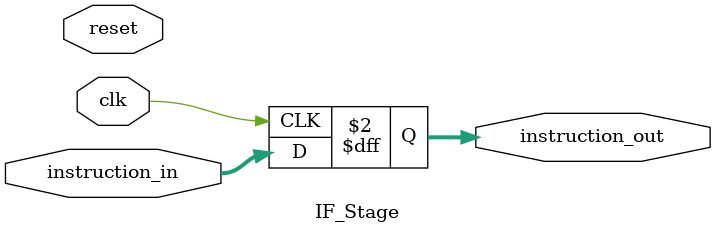
<source format=v>
module IF_Stage (
    input clk,
    input reset,
    input wire [31:0] instruction_in,
    output reg [31:0] instruction_out
);

    // Internal signals and logic for the fetch stage
    // ...

    // Fetch stage logic
    always @(posedge clk) begin
       instruction_out <= instruction_in;
    end

endmodule
</source>
